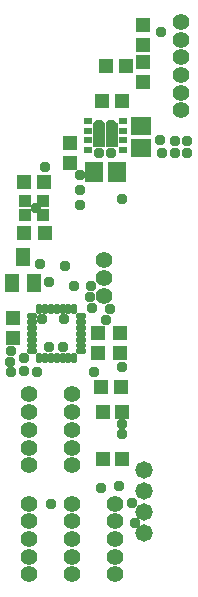
<source format=gbr>
G04 EAGLE Gerber RS-274X export*
G75*
%MOMM*%
%FSLAX34Y34*%
%LPD*%
%INSoldermask Top*%
%IPPOS*%
%AMOC8*
5,1,8,0,0,1.08239X$1,22.5*%
G01*
%ADD10R,0.653200X0.603200*%
%ADD11R,1.003200X2.103200*%
%ADD12R,1.303200X1.203200*%
%ADD13R,1.203200X1.303200*%
%ADD14R,1.703200X1.503200*%
%ADD15R,1.503200X1.703200*%
%ADD16C,1.411200*%
%ADD17C,0.392753*%
%ADD18R,1.203200X1.203200*%
%ADD19R,1.203200X1.603200*%
%ADD20R,1.003200X1.003200*%
%ADD21C,1.473200*%
%ADD22C,0.959600*%


D10*
X73388Y399604D03*
X73388Y391604D03*
X73388Y383604D03*
X73388Y375604D03*
X102888Y375604D03*
X102888Y383604D03*
X102888Y391604D03*
X102888Y399604D03*
D11*
X82638Y387604D03*
X93638Y387604D03*
D12*
X120142Y432698D03*
X120142Y449698D03*
X85226Y416814D03*
X102226Y416814D03*
X120142Y464448D03*
X120142Y481448D03*
X57658Y381118D03*
X57658Y364118D03*
D13*
X88772Y446588D03*
X105772Y446588D03*
D14*
X118110Y395834D03*
X118110Y376834D03*
D15*
X78384Y356616D03*
X97384Y356616D03*
D16*
X151638Y483778D03*
X151638Y408778D03*
X151638Y468778D03*
X151638Y423778D03*
X151638Y438778D03*
X151638Y453778D03*
X23114Y75974D03*
X23114Y15974D03*
X23114Y60974D03*
X23114Y30974D03*
X23114Y45974D03*
X59436Y75974D03*
X59436Y15974D03*
X59436Y60974D03*
X59436Y30974D03*
X59436Y45974D03*
X95758Y75974D03*
X95758Y15974D03*
X95758Y60974D03*
X95758Y30974D03*
X95758Y45974D03*
X23114Y168430D03*
X23114Y108430D03*
X23114Y153430D03*
X23114Y123430D03*
X23114Y138430D03*
X59436Y168430D03*
X59436Y108430D03*
X59436Y153430D03*
X59436Y123430D03*
X59436Y138430D03*
D17*
X27830Y234816D02*
X23526Y234816D01*
X23526Y235620D01*
X27830Y235620D01*
X27830Y234816D01*
X27830Y229816D02*
X23526Y229816D01*
X23526Y230620D01*
X27830Y230620D01*
X27830Y229816D01*
X27830Y224816D02*
X23526Y224816D01*
X23526Y225620D01*
X27830Y225620D01*
X27830Y224816D01*
X27830Y219816D02*
X23526Y219816D01*
X23526Y220620D01*
X27830Y220620D01*
X27830Y219816D01*
X27830Y214816D02*
X23526Y214816D01*
X23526Y215620D01*
X27830Y215620D01*
X27830Y214816D01*
X27830Y209816D02*
X23526Y209816D01*
X23526Y210620D01*
X27830Y210620D01*
X27830Y209816D01*
X27830Y204816D02*
X23526Y204816D01*
X23526Y205620D01*
X27830Y205620D01*
X27830Y204816D01*
X31630Y201820D02*
X31630Y197516D01*
X30826Y197516D01*
X30826Y201820D01*
X31630Y201820D01*
X31630Y201248D02*
X30826Y201248D01*
X36630Y201820D02*
X36630Y197516D01*
X35826Y197516D01*
X35826Y201820D01*
X36630Y201820D01*
X36630Y201248D02*
X35826Y201248D01*
X41630Y201820D02*
X41630Y197516D01*
X40826Y197516D01*
X40826Y201820D01*
X41630Y201820D01*
X41630Y201248D02*
X40826Y201248D01*
X46630Y201820D02*
X46630Y197516D01*
X45826Y197516D01*
X45826Y201820D01*
X46630Y201820D01*
X46630Y201248D02*
X45826Y201248D01*
X51630Y201820D02*
X51630Y197516D01*
X50826Y197516D01*
X50826Y201820D01*
X51630Y201820D01*
X51630Y201248D02*
X50826Y201248D01*
X56630Y201820D02*
X56630Y197516D01*
X55826Y197516D01*
X55826Y201820D01*
X56630Y201820D01*
X56630Y201248D02*
X55826Y201248D01*
X61630Y201820D02*
X61630Y197516D01*
X60826Y197516D01*
X60826Y201820D01*
X61630Y201820D01*
X61630Y201248D02*
X60826Y201248D01*
X64626Y205620D02*
X68930Y205620D01*
X68930Y204816D01*
X64626Y204816D01*
X64626Y205620D01*
X64626Y210620D02*
X68930Y210620D01*
X68930Y209816D01*
X64626Y209816D01*
X64626Y210620D01*
X64626Y215620D02*
X68930Y215620D01*
X68930Y214816D01*
X64626Y214816D01*
X64626Y215620D01*
X64626Y220620D02*
X68930Y220620D01*
X68930Y219816D01*
X64626Y219816D01*
X64626Y220620D01*
X64626Y225620D02*
X68930Y225620D01*
X68930Y224816D01*
X64626Y224816D01*
X64626Y225620D01*
X64626Y230620D02*
X68930Y230620D01*
X68930Y229816D01*
X64626Y229816D01*
X64626Y230620D01*
X64626Y235620D02*
X68930Y235620D01*
X68930Y234816D01*
X64626Y234816D01*
X64626Y235620D01*
X60826Y238616D02*
X60826Y242920D01*
X61630Y242920D01*
X61630Y238616D01*
X60826Y238616D01*
X60826Y242348D02*
X61630Y242348D01*
X55826Y242920D02*
X55826Y238616D01*
X55826Y242920D02*
X56630Y242920D01*
X56630Y238616D01*
X55826Y238616D01*
X55826Y242348D02*
X56630Y242348D01*
X50826Y242920D02*
X50826Y238616D01*
X50826Y242920D02*
X51630Y242920D01*
X51630Y238616D01*
X50826Y238616D01*
X50826Y242348D02*
X51630Y242348D01*
X45826Y242920D02*
X45826Y238616D01*
X45826Y242920D02*
X46630Y242920D01*
X46630Y238616D01*
X45826Y238616D01*
X45826Y242348D02*
X46630Y242348D01*
X40826Y242920D02*
X40826Y238616D01*
X40826Y242920D02*
X41630Y242920D01*
X41630Y238616D01*
X40826Y238616D01*
X40826Y242348D02*
X41630Y242348D01*
X35826Y242920D02*
X35826Y238616D01*
X35826Y242920D02*
X36630Y242920D01*
X36630Y238616D01*
X35826Y238616D01*
X35826Y242348D02*
X36630Y242348D01*
X30826Y242920D02*
X30826Y238616D01*
X30826Y242920D02*
X31630Y242920D01*
X31630Y238616D01*
X30826Y238616D01*
X30826Y242348D02*
X31630Y242348D01*
D18*
X86234Y153858D03*
X86234Y113858D03*
X102234Y153858D03*
X102234Y113858D03*
D12*
X84210Y174752D03*
X101210Y174752D03*
D19*
X18288Y284558D03*
X27788Y262558D03*
X8788Y262558D03*
D13*
X81788Y220082D03*
X81788Y203082D03*
X9398Y216290D03*
X9398Y233290D03*
X100330Y220082D03*
X100330Y203082D03*
D20*
X19932Y320548D03*
X34932Y320548D03*
D13*
X19440Y304800D03*
X36440Y304800D03*
D20*
X20186Y332486D03*
X35186Y332486D03*
D13*
X18932Y348488D03*
X35932Y348488D03*
D16*
X86614Y251954D03*
X86614Y281954D03*
X86614Y266954D03*
D21*
X121031Y51181D03*
X121031Y68961D03*
X121031Y86741D03*
X121031Y104521D03*
D22*
X84328Y89408D03*
X66465Y341713D03*
X102234Y134874D03*
X102108Y334010D03*
X41910Y75974D03*
X102108Y143510D03*
X101981Y191770D03*
X82804Y396875D03*
X92964Y396875D03*
X82804Y386271D03*
X92964Y372745D03*
X82804Y372745D03*
X92964Y386271D03*
X157353Y383159D03*
X147130Y383159D03*
X135509Y372745D03*
X147130Y372745D03*
X157353Y372745D03*
X135001Y475488D03*
X52070Y208328D03*
X53313Y276987D03*
X61718Y259862D03*
X40138Y263459D03*
X52543Y232393D03*
X134112Y384048D03*
X36830Y360934D03*
X29238Y326542D03*
X66040Y354330D03*
X66548Y328930D03*
X7493Y195961D03*
X7620Y204724D03*
X7747Y187706D03*
X112893Y59700D03*
X75142Y250692D03*
X76342Y241604D03*
X78232Y187706D03*
X33990Y232432D03*
X76034Y260550D03*
X32512Y278384D03*
X19276Y198882D03*
X39878Y208642D03*
X29972Y187706D03*
X99441Y90805D03*
X19304Y188214D03*
X110398Y76201D03*
X91721Y241015D03*
X88200Y231000D03*
M02*

</source>
